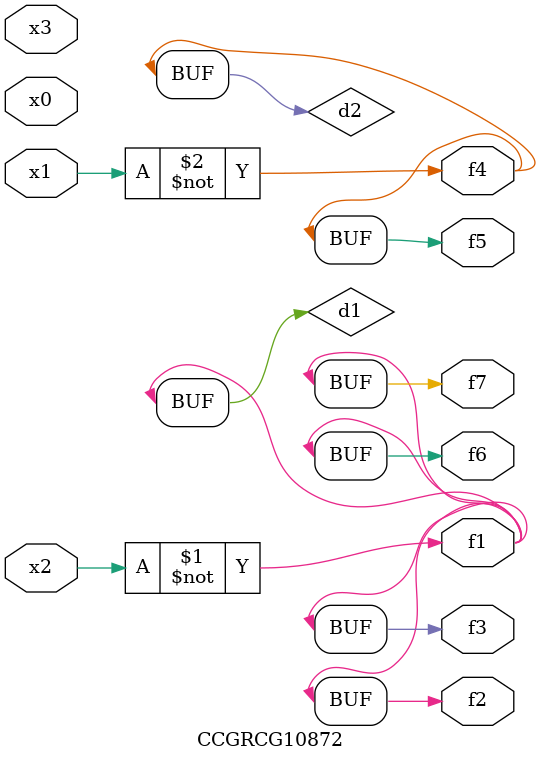
<source format=v>
module CCGRCG10872(
	input x0, x1, x2, x3,
	output f1, f2, f3, f4, f5, f6, f7
);

	wire d1, d2;

	xnor (d1, x2);
	not (d2, x1);
	assign f1 = d1;
	assign f2 = d1;
	assign f3 = d1;
	assign f4 = d2;
	assign f5 = d2;
	assign f6 = d1;
	assign f7 = d1;
endmodule

</source>
